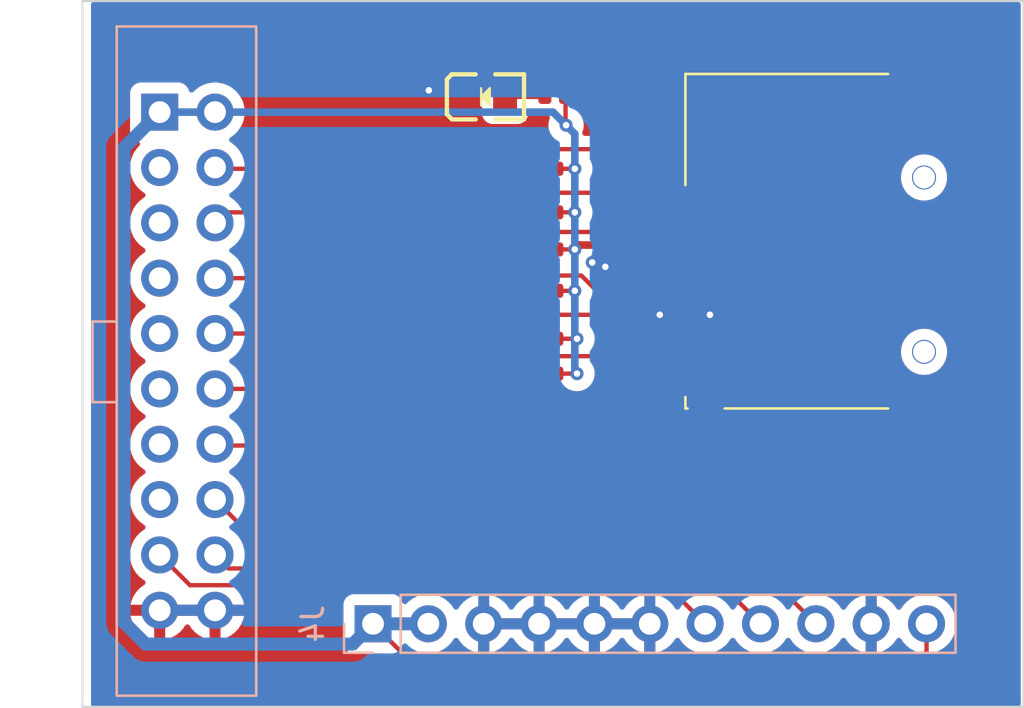
<source format=kicad_pcb>
(kicad_pcb (version 20221018) (generator pcbnew)
  (layers (0 "F.Cu" signal) (31 "B.Cu" signal) (34 "B.Paste" user) (35 "F.Paste" user) (36 "B.SilkS" user "B.Silkscreen") (37 "F.SilkS" user "F.Silkscreen") (38 "B.Mask" user) (39 "F.Mask" user) (44 "Edge.Cuts" user))
  (net 0 "")
  (net 1 "GND")
  (net 2 "Net-(D2-A)")
  (net 3 "Net-(J2-DAT2)")
  (net 4 "/SD_DAT2")
  (net 5 "/SD_DAT3")
  (net 6 "/SD_CMD")
  (net 7 "/SD_CLK")
  (net 8 "/SD_DAT0")
  (net 9 "/SD_DAT1")
  (net 10 "+3.3V")
  (net 11 "Net-(J2-DAT3{slash}CD)")
  (net 12 "Net-(J2-CMD)")
  (net 13 "Net-(J2-CLK)")
  (net 14 "Net-(J2-DAT0)")
  (net 15 "Net-(J2-DAT1)")
  (net 22 "/I2S_BCK")
  (net 23 "/I2S_DIN")
  (net 24 "/I2S_LCK")
  (net 25 "/I2S_XMT")
  (footprint "lc:0402_R" (layer "F.Cu") (at 74 140.3)
    (fp_text reference "R15" hide)
    (fp_text value "47k")
    (pad "1" smd roundrect (at -0.475 0) (size 0.6 0.65) (layers "F.Cu" "F.Paste" "F.Mask") (net 12 "Net-(J2-CMD)"))
    (pad "2" smd roundrect (at 0.475 0) (size 0.6 0.65) (layers "F.Cu" "F.Paste" "F.Mask") (net 10 "+3.3V"))
  )
  (footprint "lc:0402_R" (layer "F.Cu") (at 68.275 146)
    (fp_text reference "R10" hide)
    (fp_text value "22" hide)
    (pad "1" smd roundrect (at -0.475 0) (size 0.6 0.65) (layers "F.Cu" "F.Paste" "F.Mask") (net 9 "/SD_DAT1"))
    (pad "2" smd roundrect (at 0.475 0) (size 0.6 0.65) (layers "F.Cu" "F.Paste" "F.Mask") (net 15 "Net-(J2-DAT1)"))
  )
  (footprint "lc:0402_R" (layer "F.Cu") (at 74 144.4)
    (fp_text reference "R17" hide)
    (fp_text value "47k")
    (pad "1" smd roundrect (at -0.475 0) (size 0.6 0.65) (layers "F.Cu" "F.Paste" "F.Mask") (net 14 "Net-(J2-DAT0)"))
    (pad "2" smd roundrect (at 0.475 0) (size 0.6 0.65) (layers "F.Cu" "F.Paste" "F.Mask") (net 10 "+3.3V"))
  )
  (footprint "lc:0402_R" (layer "F.Cu") (at 74 142.2)
    (fp_text reference "R16" hide)
    (fp_text value "47k")
    (pad "1" smd roundrect (at -0.475 0) (size 0.6 0.65) (layers "F.Cu" "F.Paste" "F.Mask") (net 13 "Net-(J2-CLK)"))
    (pad "2" smd roundrect (at 0.475 0) (size 0.6 0.65) (layers "F.Cu" "F.Paste" "F.Mask") (net 10 "+3.3V"))
  )
  (footprint "lc:0402_R" (layer "F.Cu") (at 74 136.6)
    (fp_text reference "R11" hide)
    (fp_text value "47k")
    (pad "1" smd roundrect (at -0.475 0) (size 0.6 0.65) (layers "F.Cu" "F.Paste" "F.Mask") (net 3 "Net-(J2-DAT2)"))
    (pad "2" smd roundrect (at 0.475 0) (size 0.6 0.65) (layers "F.Cu" "F.Paste" "F.Mask") (net 10 "+3.3V"))
  )
  (footprint "lc:0402_C" (layer "F.Cu") (at 77.7 141.1 180)
    (fp_text reference "C3" hide)
    (fp_text value "100nF")
    (pad "1" smd roundrect (at -0.475 0 180) (size 0.6 0.65) (layers "F.Cu" "F.Paste" "F.Mask") (net 10 "+3.3V"))
    (pad "2" smd roundrect (at 0.475 0 180) (size 0.6 0.65) (layers "F.Cu" "F.Paste" "F.Mask") (net 1 "GND"))
  )
  (footprint "lc:0402_R" (layer "F.Cu") (at 68.275 144.4)
    (fp_text reference "R9" hide)
    (fp_text value "22")
    (pad "1" smd roundrect (at -0.475 0) (size 0.6 0.65) (layers "F.Cu" "F.Paste" "F.Mask") (net 8 "/SD_DAT0"))
    (pad "2" smd roundrect (at 0.475 0) (size 0.6 0.65) (layers "F.Cu" "F.Paste" "F.Mask") (net 14 "Net-(J2-DAT0)"))
  )
  (footprint "lc:0402_R" (layer "F.Cu") (at 74.4 133.3)
    (fp_text reference "R19" hide)
    (fp_text value "22k")
    (pad "1" smd roundrect (at -0.475 0) (size 0.6 0.65) (layers "F.Cu" "F.Paste" "F.Mask") (net 2 "Net-(D2-A)"))
    (pad "2" smd roundrect (at 0.475 0) (size 0.6 0.65) (layers "F.Cu" "F.Paste" "F.Mask") (net 10 "+3.3V"))
  )
  (footprint "lc:0402_R" (layer "F.Cu") (at 74 146)
    (fp_text reference "R18" hide)
    (fp_text value "47k" hide)
    (pad "1" smd roundrect (at -0.475 0) (size 0.6 0.65) (layers "F.Cu" "F.Paste" "F.Mask") (net 15 "Net-(J2-DAT1)"))
    (pad "2" smd roundrect (at 0.475 0) (size 0.6 0.65) (layers "F.Cu" "F.Paste" "F.Mask") (net 10 "+3.3V"))
  )
  (footprint "lc:0402_R" (layer "F.Cu") (at 68.275 136.6)
    (fp_text reference "R5" hide)
    (fp_text value "22")
    (pad "1" smd roundrect (at -0.475 0) (size 0.6 0.65) (layers "F.Cu" "F.Paste" "F.Mask") (net 4 "/SD_DAT2"))
    (pad "2" smd roundrect (at 0.475 0) (size 0.6 0.65) (layers "F.Cu" "F.Paste" "F.Mask") (net 3 "Net-(J2-DAT2)"))
  )
  (footprint "lc:0805_LED_S1_NUM" (layer "F.Cu") (at 71.2 133.3)
    (fp_text reference "D2" hide)
    (fp_text value "Green")
    (fp_line (start -1.77 -0.8) (end -1.55 -1.035) (stroke (width 0.2)) (layer "F.SilkS"))
    (fp_line (start -1.77 0.8) (end -1.77 -0.8) (stroke (width 0.2)) (layer "F.SilkS"))
    (fp_line (start -1.77 0.8) (end -1.535 1.035) (stroke (width 0.2)) (layer "F.SilkS"))
    (fp_line (start -1.55 -1.035) (end -0.45 -1.035) (stroke (width 0.2)) (layer "F.SilkS"))
    (fp_line (start -1.535 1.035) (end -0.45 1.035) (stroke (width 0.2)) (layer "F.SilkS"))
    (fp_line (start -0.2 -0.4) (end -0.2 0.4) (stroke (width 0.1)) (layer "F.SilkS"))
    (fp_line (start -0.2 0) (end 0.2 -0.4) (stroke (width 0.1)) (layer "F.SilkS"))
    (fp_line (start -0.1 0) (end 0.1 -0.2) (stroke (width 0.2)) (layer "F.SilkS"))
    (fp_line (start 0.1 -0.2) (end 0.1 0.2) (stroke (width 0.2)) (layer "F.SilkS"))
    (fp_line (start 0.1 0.2) (end -0.05 0.05) (stroke (width 0.2)) (layer "F.SilkS"))
    (fp_line (start 0.2 -0.4) (end 0.2 0.4) (stroke (width 0.1)) (layer "F.SilkS"))
    (fp_line (start 0.2 0.4) (end -0.2 0) (stroke (width 0.1)) (layer "F.SilkS"))
    (fp_line (start 0.45 -1.035) (end 1.77 -1.035) (stroke (width 0.2)) (layer "F.SilkS"))
    (fp_line (start 0.45 1.035) (end 1.77 1.035) (stroke (width 0.2)) (layer "F.SilkS"))
    (fp_line (start 1.77 1.035) (end 1.77 -1.035) (stroke (width 0.2)) (layer "F.SilkS"))
    (pad "1" smd rect (at -0.9 0 180) (size 1.1 1.47) (layers "F.Cu" "F.Paste" "F.Mask") (net 1 "GND"))
    (pad "2" smd rect (at 0.9 0 180) (size 1.1 1.47) (layers "F.Cu" "F.Paste" "F.Mask") (net 2 "Net-(D2-A)"))
  )
  (footprint "lc:0402_R" (layer "F.Cu") (at 88.425 160.02 180)
    (fp_text reference "R21" hide)
    (fp_text value "47k" hide)
    (pad "1" smd roundrect (at -0.475 0 180) (size 0.6 0.65) (layers "F.Cu" "F.Paste" "F.Mask") (net 25 "/I2S_XMT"))
    (pad "2" smd roundrect (at 0.475 0 180) (size 0.6 0.65) (layers "F.Cu" "F.Paste" "F.Mask") (net 10 "+3.3V"))
  )
  (footprint "lc:0402_R" (layer "F.Cu") (at 68.275 140.3)
    (fp_text reference "R7" hide)
    (fp_text value "22")
    (pad "1" smd roundrect (at -0.475 0) (size 0.6 0.65) (layers "F.Cu" "F.Paste" "F.Mask") (net 6 "/SD_CMD"))
    (pad "2" smd roundrect (at 0.475 0) (size 0.6 0.65) (layers "F.Cu" "F.Paste" "F.Mask") (net 12 "Net-(J2-CMD)"))
  )
  (footprint "lc:0402_R" (layer "F.Cu") (at 74 138.6)
    (fp_text reference "R12" hide)
    (fp_text value "47k")
    (pad "1" smd roundrect (at -0.475 0) (size 0.6 0.65) (layers "F.Cu" "F.Paste" "F.Mask") (net 11 "Net-(J2-DAT3{slash}CD)"))
    (pad "2" smd roundrect (at 0.475 0) (size 0.6 0.65) (layers "F.Cu" "F.Paste" "F.Mask") (net 10 "+3.3V"))
  )
  (footprint "lc:0402_R" (layer "F.Cu") (at 68.275 142.2)
    (fp_text reference "R8" hide)
    (fp_text value "22")
    (pad "1" smd roundrect (at -0.475 0) (size 0.6 0.65) (layers "F.Cu" "F.Paste" "F.Mask") (net 7 "/SD_CLK"))
    (pad "2" smd roundrect (at 0.475 0) (size 0.6 0.65) (layers "F.Cu" "F.Paste" "F.Mask") (net 13 "Net-(J2-CLK)"))
  )
  (footprint "t123yh:XUNPU-TF-115" (layer "F.Cu") (at 91.325 140.05 90)
    (fp_text reference "J2" hide)
    (fp_text value "Micro_SD_Card_Det")
    (fp_line (start -7.55 -10.95) (end -7.55 -10.85) (stroke (width 0.12)) (layer "F.SilkS"))
    (fp_line (start -7.55 -10.95) (end -7.025 -10.95) (stroke (width 0.12)) (layer "F.SilkS"))
    (fp_line (start -7.55 -9.15) (end -7.55 -1.65) (stroke (width 0.12)) (layer "F.SilkS"))
    (fp_line (start 7.8 -10.95) (end 2.7 -10.95) (stroke (width 0.12)) (layer "F.SilkS"))
    (fp_line (start 7.8 -10.95) (end 7.8 -1.65) (stroke (width 0.12)) (layer "F.SilkS"))
    (pad "" np_thru_hole circle (at -4.95 0 90) (size 1.1 1.1) (drill 1) (layers "F&B.Cu" "*.Mask"))
    (pad "" np_thru_hole circle (at 3.05 0 90) (size 1.1 1.1) (drill 1) (layers "F&B.Cu" "*.Mask"))
    (pad "1" smd roundrect (at 2.25 -11 90) (size 0.7 1.6) (layers "F.Cu" "F.Paste" "F.Mask") (roundrect_rratio 0.1) (net 3 "Net-(J2-DAT2)"))
    (pad "2" smd roundrect (at 1.15 -11 90) (size 0.7 1.6) (layers "F.Cu" "F.Paste" "F.Mask") (roundrect_rratio 0.1) (net 11 "Net-(J2-DAT3{slash}CD)"))
    (pad "3" smd roundrect (at 0.05 -11 90) (size 0.7 1.6) (layers "F.Cu" "F.Paste" "F.Mask") (roundrect_rratio 0.1) (net 12 "Net-(J2-CMD)"))
    (pad "4" smd roundrect (at -1.05 -11 90) (size 0.7 1.6) (layers "F.Cu" "F.Paste" "F.Mask") (roundrect_rratio 0.1) (net 10 "+3.3V"))
    (pad "5" smd roundrect (at -2.15 -11 90) (size 0.7 1.6) (layers "F.Cu" "F.Paste" "F.Mask") (roundrect_rratio 0.1) (net 13 "Net-(J2-CLK)"))
    (pad "6" smd roundrect (at -3.25 -11 90) (size 0.7 1.6) (layers "F.Cu" "F.Paste" "F.Mask") (roundrect_rratio 0.1) (net 1 "GND"))
    (pad "7" smd roundrect (at -4.35 -11 90) (size 0.7 1.6) (layers "F.Cu" "F.Paste" "F.Mask") (roundrect_rratio 0.1) (net 14 "Net-(J2-DAT0)"))
    (pad "8" smd roundrect (at -5.45 -11 90) (size 0.7 1.6) (layers "F.Cu" "F.Paste" "F.Mask") (roundrect_rratio 0.1) (net 15 "Net-(J2-DAT1)"))
    (pad "9" smd roundrect (at -6.55 -11 90) (size 0.7 1.6) (layers "F.Cu" "F.Paste" "F.Mask") (roundrect_rratio 0.1))
    (pad "11" smd roundrect (at -7.75 -10 90) (size 1 1.5) (layers "F.Cu" "F.Paste" "F.Mask") (roundrect_rratio 0.1) (net 1 "GND"))
    (pad "11" smd roundrect (at -7.75 -0.4 90) (size 1.2 2.2) (layers "F.Cu" "F.Paste" "F.Mask") (roundrect_rratio 0.1) (net 1 "GND"))
    (pad "11" smd roundrect (at 6.85 -10 90) (size 1.6 1.5) (layers "F.Cu" "F.Paste" "F.Mask") (roundrect_rratio 0.1) (net 1 "GND"))
    (pad "11" smd roundrect (at 7.75 -0.4 90) (size 1.2 2.2) (layers "F.Cu" "F.Paste" "F.Mask") (roundrect_rratio 0.1) (net 1 "GND"))
  )
  (footprint "lc:0402_R" (layer "F.Cu") (at 68.275 138.6)
    (fp_text reference "R6" hide)
    (fp_text value "22")
    (pad "1" smd roundrect (at -0.475 0) (size 0.6 0.65) (layers "F.Cu" "F.Paste" "F.Mask") (net 5 "/SD_DAT3"))
    (pad "2" smd roundrect (at 0.475 0) (size 0.6 0.65) (layers "F.Cu" "F.Paste" "F.Mask") (net 11 "Net-(J2-DAT3{slash}CD)"))
  )
  (footprint "t123yh:PinSocket_2.54mm_Nose" (layer "B.Cu") (at 57.5 145.4 180)
    (fp_text reference "J3" hide)
    (fp_text value "Conn_02x10_Odd_Even")
    (fp_line (start -3.18 15.33) (end -3.18 -15.38) (stroke (width 0.12)) (layer "B.SilkS"))
    (fp_line (start 3.22 -15.38) (end -3.18 -15.38) (stroke (width 0.12)) (layer "B.SilkS"))
    (fp_line (start 3.22 15.33) (end -3.18 15.33) (stroke (width 0.12)) (layer "B.SilkS"))
    (fp_line (start 3.22 15.33) (end 3.22 -15.38) (stroke (width 0.12)) (layer "B.SilkS"))
    (fp_line (start 3.23 1.79) (end 4.33 1.79) (stroke (width 0.12)) (layer "B.SilkS"))
    (fp_line (start 4.33 -1.91) (end 3.23 -1.91) (stroke (width 0.12)) (layer "B.SilkS"))
    (fp_line (start 4.33 1.79) (end 4.33 -1.91) (stroke (width 0.12)) (layer "B.SilkS"))
    (pad "1" thru_hole rect (at 1.25 11.4 180) (size 1.7 1.7) (drill 1) (layers "*.Cu" "*.Mask") (net 10 "+3.3V"))
    (pad "2" thru_hole oval (at -1.29 11.4 180) (size 1.7 1.7) (drill 1) (layers "*.Cu" "*.Mask") (net 10 "+3.3V"))
    (pad "3" thru_hole oval (at 1.25 8.86 180) (size 1.7 1.7) (drill 1) (layers "*.Cu" "*.Mask"))
    (pad "4" thru_hole oval (at -1.29 8.86 180) (size 1.7 1.7) (drill 1) (layers "*.Cu" "*.Mask") (net 4 "/SD_DAT2"))
    (pad "5" thru_hole oval (at 1.25 6.32 180) (size 1.7 1.7) (drill 1) (layers "*.Cu" "*.Mask"))
    (pad "6" thru_hole oval (at -1.29 6.32 180) (size 1.7 1.7) (drill 1) (layers "*.Cu" "*.Mask") (net 5 "/SD_DAT3"))
    (pad "7" thru_hole oval (at 1.25 3.78 180) (size 1.7 1.7) (drill 1) (layers "*.Cu" "*.Mask"))
    (pad "8" thru_hole oval (at -1.29 3.78 180) (size 1.7 1.7) (drill 1) (layers "*.Cu" "*.Mask") (net 6 "/SD_CMD"))
    (pad "9" thru_hole oval (at 1.25 1.24 180) (size 1.7 1.7) (drill 1) (layers "*.Cu" "*.Mask"))
    (pad "10" thru_hole oval (at -1.29 1.24 180) (size 1.7 1.7) (drill 1) (layers "*.Cu" "*.Mask") (net 7 "/SD_CLK"))
    (pad "11" thru_hole oval (at 1.25 -1.3 180) (size 1.7 1.7) (drill 1) (layers "*.Cu" "*.Mask"))
    (pad "12" thru_hole oval (at -1.29 -1.3 180) (size 1.7 1.7) (drill 1) (layers "*.Cu" "*.Mask") (net 8 "/SD_DAT0"))
    (pad "13" thru_hole oval (at 1.25 -3.84 180) (size 1.7 1.7) (drill 1) (layers "*.Cu" "*.Mask"))
    (pad "14" thru_hole oval (at -1.29 -3.84 180) (size 1.7 1.7) (drill 1) (layers "*.Cu" "*.Mask") (net 9 "/SD_DAT1"))
    (pad "15" thru_hole oval (at 1.25 -6.38 180) (size 1.7 1.7) (drill 1) (layers "*.Cu" "*.Mask"))
    (pad "16" thru_hole oval (at -1.29 -6.38 180) (size 1.7 1.7) (drill 1) (layers "*.Cu" "*.Mask") (net 24 "/I2S_LCK"))
    (pad "17" thru_hole oval (at 1.25 -8.92 180) (size 1.7 1.7) (drill 1) (layers "*.Cu" "*.Mask") (net 22 "/I2S_BCK"))
    (pad "18" thru_hole oval (at -1.29 -8.92 180) (size 1.7 1.7) (drill 1) (layers "*.Cu" "*.Mask") (net 23 "/I2S_DIN"))
    (pad "19" thru_hole oval (at 1.25 -11.46 180) (size 1.7 1.7) (drill 1) (layers "*.Cu" "*.Mask") (net 1 "GND"))
    (pad "20" thru_hole oval (at -1.29 -11.46 180) (size 1.7 1.7) (drill 1) (layers "*.Cu" "*.Mask") (net 1 "GND"))
  )
  (footprint "Connector_PinSocket_2.54mm:PinSocket_1x11_P2.54mm_Vertical" (layer "B.Cu") (at 66.04 157.48 -90)
    (fp_text reference "J4" (at 0 2.77 90) (layer "B.SilkS") (effects (justify mirror)))
    (fp_text value "Conn_01x11_Socket" hide)
    (fp_line (start -1.33 -26.73) (end 1.33 -26.73) (stroke (width 0.12)) (layer "B.SilkS"))
    (fp_line (start -1.33 -1.27) (end -1.33 -26.73) (stroke (width 0.12)) (layer "B.SilkS"))
    (fp_line (start -1.33 -1.27) (end 1.33 -1.27) (stroke (width 0.12)) (layer "B.SilkS"))
    (fp_line (start 0 1.33) (end 1.33 1.33) (stroke (width 0.12)) (layer "B.SilkS"))
    (fp_line (start 1.33 -1.27) (end 1.33 -26.73) (stroke (width 0.12)) (layer "B.SilkS"))
    (fp_line (start 1.33 1.33) (end 1.33 0) (stroke (width 0.12)) (layer "B.SilkS"))
    (pad "1" thru_hole rect (at 0 0 270) (size 1.7 1.7) (drill 1) (layers "*.Cu" "*.Mask") (net 10 "+3.3V"))
    (pad "2" thru_hole oval (at 0 -2.54 270) (size 1.7 1.7) (drill 1) (layers "*.Cu" "*.Mask") (net 10 "+3.3V"))
    (pad "3" thru_hole oval (at 0 -5.08 270) (size 1.7 1.7) (drill 1) (layers "*.Cu" "*.Mask") (net 1 "GND"))
    (pad "4" thru_hole oval (at 0 -7.62 270) (size 1.7 1.7) (drill 1) (layers "*.Cu" "*.Mask") (net 1 "GND"))
    (pad "5" thru_hole oval (at 0 -10.16 270) (size 1.7 1.7) (drill 1) (layers "*.Cu" "*.Mask") (net 1 "GND"))
    (pad "6" thru_hole oval (at 0 -12.7 270) (size 1.7 1.7) (drill 1) (layers "*.Cu" "*.Mask") (net 1 "GND"))
    (pad "7" thru_hole oval (at 0 -15.24 270) (size 1.7 1.7) (drill 1) (layers "*.Cu" "*.Mask") (net 22 "/I2S_BCK"))
    (pad "8" thru_hole oval (at 0 -17.78 270) (size 1.7 1.7) (drill 1) (layers "*.Cu" "*.Mask") (net 23 "/I2S_DIN"))
    (pad "9" thru_hole oval (at 0 -20.32 270) (size 1.7 1.7) (drill 1) (layers "*.Cu" "*.Mask") (net 24 "/I2S_LCK"))
    (pad "10" thru_hole oval (at 0 -22.86 270) (size 1.7 1.7) (drill 1) (layers "*.Cu" "*.Mask") (net 1 "GND"))
    (pad "11" thru_hole oval (at 0 -25.4 270) (size 1.7 1.7) (drill 1) (layers "*.Cu" "*.Mask") (net 25 "/I2S_XMT"))
  )
  (gr_rect (start 52.705 128.905) (end 95.885 161.29) (stroke (width 0.1)) (fill none) (layer "Edge.Cuts"))
  (segment (start 80.325 143.3) (end 81.5 143.3) (width 0.35) (layer "F.Cu") (net 1))
  (segment (start 70.3 133.3) (end 68.9 133.3) (width 0.2) (layer "F.Cu") (net 1))
  (segment (start 68.9 133.3) (end 68.6 133) (width 0.2) (layer "F.Cu") (net 1))
  (segment (start 80.325 143.3) (end 79.2 143.3) (width 0.35) (layer "F.Cu") (net 1))
  (segment (start 77.225 141.1) (end 76.3 141.1) (width 0.35) (layer "F.Cu") (net 1))
  (segment (start 76.3 141.1) (end 76.1 140.9) (width 0.35) (layer "F.Cu") (net 1))
  (via (at 76.1 140.9) (size 0.6) (drill 0.3) (layers "F.Cu" "B.Cu") (net 1))
  (via (at 81.5 143.3) (size 0.6) (drill 0.3) (layers "F.Cu" "B.Cu") (net 1))
  (via (at 68.6 133) (size 0.6) (drill 0.3) (layers "F.Cu" "B.Cu") (net 1))
  (via (at 76.7 141.1) (size 0.6) (drill 0.3) (layers "F.Cu" "B.Cu") (net 1))
  (via (at 79.2 143.3) (size 0.6) (drill 0.3) (layers "F.Cu" "B.Cu") (net 1))
  (segment (start 73.825 133.3) (end 72.1 133.3) (width 0.2) (layer "F.Cu") (net 2))
  (segment (start 76.3 135.7) (end 78.4 137.8) (width 0.2) (layer "F.Cu") (net 3))
  (segment (start 68.75 136.6) (end 73.525 136.6) (width 0.2) (layer "F.Cu") (net 3))
  (segment (start 73.525 136.075) (end 73.9 135.7) (width 0.2) (layer "F.Cu") (net 3))
  (segment (start 73.525 136.6) (end 73.525 136.075) (width 0.2) (layer "F.Cu") (net 3))
  (segment (start 78.4 137.8) (end 80.325 137.8) (width 0.2) (layer "F.Cu") (net 3))
  (segment (start 73.9 135.7) (end 76.3 135.7) (width 0.2) (layer "F.Cu") (net 3))
  (segment (start 58.85 136.6) (end 67.8 136.6) (width 0.2) (layer "F.Cu") (net 4))
  (segment (start 58.79 136.54) (end 58.85 136.6) (width 0.2) (layer "F.Cu") (net 4))
  (segment (start 59.27 138.6) (end 67.8 138.6) (width 0.2) (layer "F.Cu") (net 5))
  (segment (start 58.79 139.08) (end 59.27 138.6) (width 0.2) (layer "F.Cu") (net 5))
  (segment (start 62.3 140.3) (end 67.8 140.3) (width 0.2) (layer "F.Cu") (net 6))
  (segment (start 58.79 141.62) (end 60.98 141.62) (width 0.2) (layer "F.Cu") (net 6))
  (segment (start 60.98 141.62) (end 62.3 140.3) (width 0.2) (layer "F.Cu") (net 6))
  (segment (start 58.79 144.16) (end 60.94 144.16) (width 0.2) (layer "F.Cu") (net 7))
  (segment (start 60.94 144.16) (end 62.9 142.2) (width 0.2) (layer "F.Cu") (net 7))
  (segment (start 62.9 142.2) (end 67.8 142.2) (width 0.2) (layer "F.Cu") (net 7))
  (segment (start 67.7 144.5) (end 63.2 144.5) (width 0.2) (layer "F.Cu") (net 8))
  (segment (start 61 146.7) (end 58.79 146.7) (width 0.2) (layer "F.Cu") (net 8))
  (segment (start 67.8 144.4) (end 67.7 144.5) (width 0.2) (layer "F.Cu") (net 8))
  (segment (start 63.2 144.5) (end 61 146.7) (width 0.2) (layer "F.Cu") (net 8))
  (segment (start 64.2 146) (end 60.9 149.3) (width 0.2) (layer "F.Cu") (net 9))
  (segment (start 60.9 149.3) (end 58.85 149.3) (width 0.2) (layer "F.Cu") (net 9))
  (segment (start 67.8 146) (end 64.2 146) (width 0.2) (layer "F.Cu") (net 9))
  (segment (start 58.85 149.3) (end 58.79 149.24) (width 0.2) (layer "F.Cu") (net 9))
  (segment (start 74.475 146) (end 75.4 146) (width 0.2) (layer "F.Cu") (net 10))
  (segment (start 74.475 140.3) (end 75.3 140.3) (width 0.2) (layer "F.Cu") (net 10))
  (segment (start 77.8 140.1) (end 75.5 140.1) (width 0.35) (layer "F.Cu") (net 10))
  (segment (start 74.475 136.6) (end 75.3 136.6) (width 0.2) (layer "F.Cu") (net 10))
  (segment (start 74.475 138.6) (end 75.3 138.6) (width 0.2) (layer "F.Cu") (net 10))
  (segment (start 75.5 140.1) (end 75.3 140.3) (width 0.35) (layer "F.Cu") (net 10))
  (segment (start 74.475 144.4) (end 75.4 144.4) (width 0.2) (layer "F.Cu") (net 10))
  (segment (start 75.3 142.2) (end 74.475 142.2) (width 0.2) (layer "F.Cu") (net 10))
  (segment (start 68.58 160.02) (end 66.04 157.48) (width 0.2) (layer "F.Cu") (net 10))
  (segment (start 78.175 141.1) (end 78.175 140.475) (width 0.35) (layer "F.Cu") (net 10))
  (segment (start 87.95 160.02) (end 68.58 160.02) (width 0.2) (layer "F.Cu") (net 10))
  (segment (start 78.175 140.475) (end 77.8 140.1) (width 0.35) (layer "F.Cu") (net 10))
  (segment (start 78.175 141.1) (end 80.325 141.1) (width 0.35) (layer "F.Cu") (net 10))
  (segment (start 74.875 134.475) (end 74.9 134.5) (width 0.2) (layer "F.Cu") (net 10))
  (segment (start 74.875 133.3) (end 74.875 134.475) (width 0.2) (layer "F.Cu") (net 10))
  (via (at 75.4 144.4) (size 0.6) (drill 0.3) (layers "F.Cu" "B.Cu") (net 10))
  (via (at 74.9 134.6) (size 0.6) (drill 0.3) (layers "F.Cu" "B.Cu") (net 10))
  (via (at 75.3 142.2) (size 0.6) (drill 0.3) (layers "F.Cu" "B.Cu") (net 10))
  (via (at 75.3 136.6) (size 0.6) (drill 0.3) (layers "F.Cu" "B.Cu") (net 10))
  (via (at 75.3 138.6) (size 0.6) (drill 0.3) (layers "F.Cu" "B.Cu") (net 10))
  (via (at 75.3 140.3) (size 0.6) (drill 0.3) (layers "F.Cu" "B.Cu") (net 10))
  (via (at 75.4 146) (size 0.6) (drill 0.3) (layers "F.Cu" "B.Cu") (net 10))
  (segment (start 56.25 134) (end 58.79 134) (width 0.35) (layer "B.Cu") (net 10))
  (segment (start 75.3 145.9) (end 75.4 146) (width 0.35) (layer "B.Cu") (net 10))
  (segment (start 66.04 157.48) (end 65.11 158.41) (width 0.6) (layer "B.Cu") (net 10))
  (segment (start 66.04 157.48) (end 68.58 157.48) (width 0.6) (layer "B.Cu") (net 10))
  (segment (start 55.607968 158.41) (end 54.61 157.412032) (width 0.6) (layer "B.Cu") (net 10))
  (segment (start 74.3 134) (end 75.3 135) (width 0.35) (layer "B.Cu") (net 10))
  (segment (start 54.61 135.64) (end 56.25 134) (width 0.6) (layer "B.Cu") (net 10))
  (segment (start 65.11 158.41) (end 55.607968 158.41) (width 0.6) (layer "B.Cu") (net 10))
  (segment (start 54.61 157.412032) (end 54.61 135.64) (width 0.6) (layer "B.Cu") (net 10))
  (segment (start 75.3 136.6) (end 75.3 145.9) (width 0.35) (layer "B.Cu") (net 10))
  (segment (start 75.3 135) (end 75.3 136.6) (width 0.35) (layer "B.Cu") (net 10))
  (segment (start 58.79 134) (end 74.3 134) (width 0.35) (layer "B.Cu") (net 10))
  (segment (start 73.525 137.975) (end 73.8 137.7) (width 0.2) (layer "F.Cu") (net 11))
  (segment (start 77.4 138.9) (end 80.325 138.9) (width 0.2) (layer "F.Cu") (net 11))
  (segment (start 68.75 138.6) (end 73.525 138.6) (width 0.2) (layer "F.Cu") (net 11))
  (segment (start 76.2 137.7) (end 77.4 138.9) (width 0.2) (layer "F.Cu") (net 11))
  (segment (start 73.525 138.6) (end 73.525 137.975) (width 0.2) (layer "F.Cu") (net 11))
  (segment (start 73.8 137.7) (end 76.2 137.7) (width 0.2) (layer "F.Cu") (net 11))
  (segment (start 68.75 140.3) (end 73.525 140.3) (width 0.2) (layer "F.Cu") (net 12))
  (segment (start 78.9 139.5) (end 73.8 139.5) (width 0.2) (layer "F.Cu") (net 12))
  (segment (start 80.325 140) (end 79.4 140) (width 0.2) (layer "F.Cu") (net 12))
  (segment (start 73.525 139.775) (end 73.525 140.3) (width 0.2) (layer "F.Cu") (net 12))
  (segment (start 79.4 140) (end 78.9 139.5) (width 0.2) (layer "F.Cu") (net 12))
  (segment (start 73.8 139.5) (end 73.525 139.775) (width 0.2) (layer "F.Cu") (net 12))
  (segment (start 68.75 142.2) (end 73.525 142.2) (width 0.2) (layer "F.Cu") (net 13))
  (segment (start 80.325 142.2) (end 76.3 142.2) (width 0.2) (layer "F.Cu") (net 13))
  (segment (start 73.7 141.5) (end 73.525 141.675) (width 0.2) (layer "F.Cu") (net 13))
  (segment (start 76.3 142.2) (end 75.6 141.5) (width 0.2) (layer "F.Cu") (net 13))
  (segment (start 73.525 141.675) (end 73.525 142.2) (width 0.2) (layer "F.Cu") (net 13))
  (segment (start 75.6 141.5) (end 73.7 141.5) (width 0.2) (layer "F.Cu") (net 13))
  (segment (start 73.525 143.675) (end 73.9 143.3) (width 0.2) (layer "F.Cu") (net 14))
  (segment (start 73.525 144.4) (end 73.525 143.675) (width 0.2) (layer "F.Cu") (net 14))
  (segment (start 77 143.3) (end 78.1 144.4) (width 0.2) (layer "F.Cu") (net 14))
  (segment (start 73.9 143.3) (end 77 143.3) (width 0.2) (layer "F.Cu") (net 14))
  (segment (start 73.525 144.4) (end 68.75 144.4) (width 0.2) (layer "F.Cu") (net 14))
  (segment (start 78.1 144.4) (end 80.325 144.4) (width 0.2) (layer "F.Cu") (net 14))
  (segment (start 68.75 146) (end 73.525 146) (width 0.2) (layer "F.Cu") (net 15))
  (segment (start 73.875 145.2) (end 73.525 145.55) (width 0.2) (layer "F.Cu") (net 15))
  (segment (start 80.325 145.5) (end 77.7 145.5) (width 0.2) (layer "F.Cu") (net 15))
  (segment (start 77.7 145.5) (end 77.4 145.2) (width 0.2) (layer "F.Cu") (net 15))
  (segment (start 73.525 145.55) (end 73.525 146) (width 0.2) (layer "F.Cu") (net 15))
  (segment (start 77.4 145.2) (end 73.875 145.2) (width 0.2) (layer "F.Cu") (net 15))
  (segment (start 56.25 154.32) (end 57.64 155.71) (width 0.2) (layer "F.Cu") (net 22))
  (segment (start 79.51 155.71) (end 81.28 157.48) (width 0.2) (layer "F.Cu") (net 22))
  (segment (start 57.64 155.71) (end 79.51 155.71) (width 0.2) (layer "F.Cu") (net 22))
  (segment (start 59.41 154.94) (end 81.28 154.94) (width 0.2) (layer "F.Cu") (net 23))
  (segment (start 58.79 154.32) (end 59.41 154.94) (width 0.2) (layer "F.Cu") (net 23))
  (segment (start 81.28 154.94) (end 83.82 157.48) (width 0.2) (layer "F.Cu") (net 23))
  (segment (start 61.315 154.305) (end 83.185 154.305) (width 0.2) (layer "F.Cu") (net 24))
  (segment (start 83.185 154.305) (end 86.36 157.48) (width 0.2) (layer "F.Cu") (net 24))
  (segment (start 58.79 151.78) (end 61.315 154.305) (width 0.2) (layer "F.Cu") (net 24))
  (segment (start 91.44 158.75) (end 91.44 157.48) (width 0.2) (layer "F.Cu") (net 25))
  (segment (start 88.9 160.02) (end 90.17 160.02) (width 0.2) (layer "F.Cu") (net 25))
  (segment (start 90.17 160.02) (end 91.44 158.75) (width 0.2) (layer "F.Cu") (net 25))
  (zone (net 1) (net_name "GND") (layers "F&B.Cu") (connect_pads thru_hole_only (clearance 0.508)) (min_thickness 0.254) (fill yes (thermal_gap 0.508) (thermal_bridge_width 0.508))
    (polygon (pts (xy 95.76 161.36) (xy 53.1 161.36) (xy 53.1 128.935) (xy 95.76 128.935)))
  )
)
</source>
